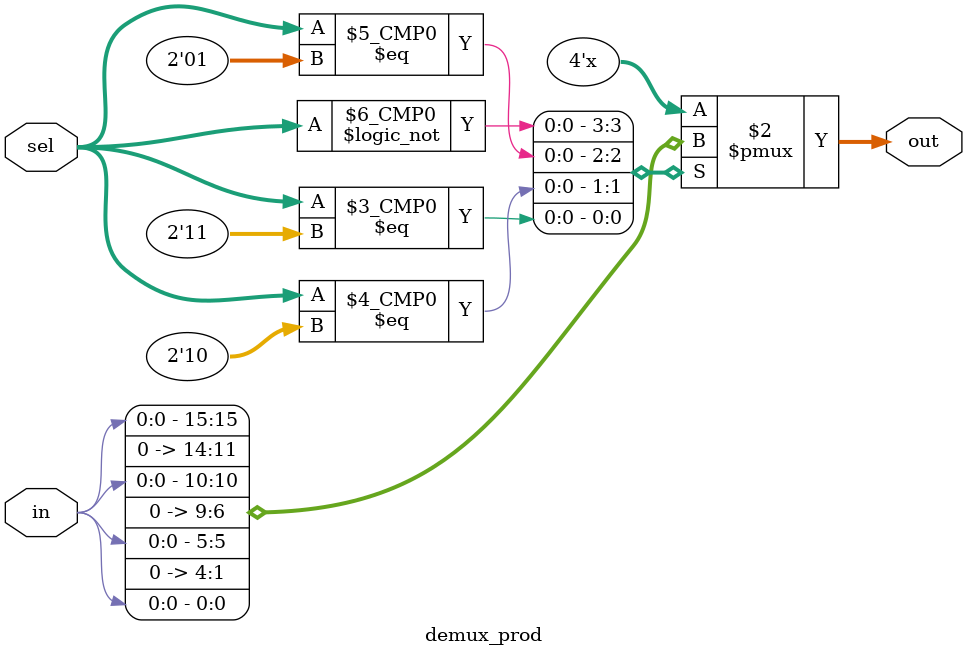
<source format=v>
`timescale 1ns / 1ps


module demux_prod(
    output reg [3:0] out,
    input [1:0] sel, 
    input in
    );
    
    // la nivel procedural
    always @(*) begin
        case(sel)
            2'b00: out = {in, 3'b000};
            2'b01: out = {1'b0, in, 2'b00};
            2'b10: out = {2'b00, in, 1'b0};
            2'b11: out = {3'b000, in};
            default: out = 4'b0;
        endcase
    end
endmodule

</source>
